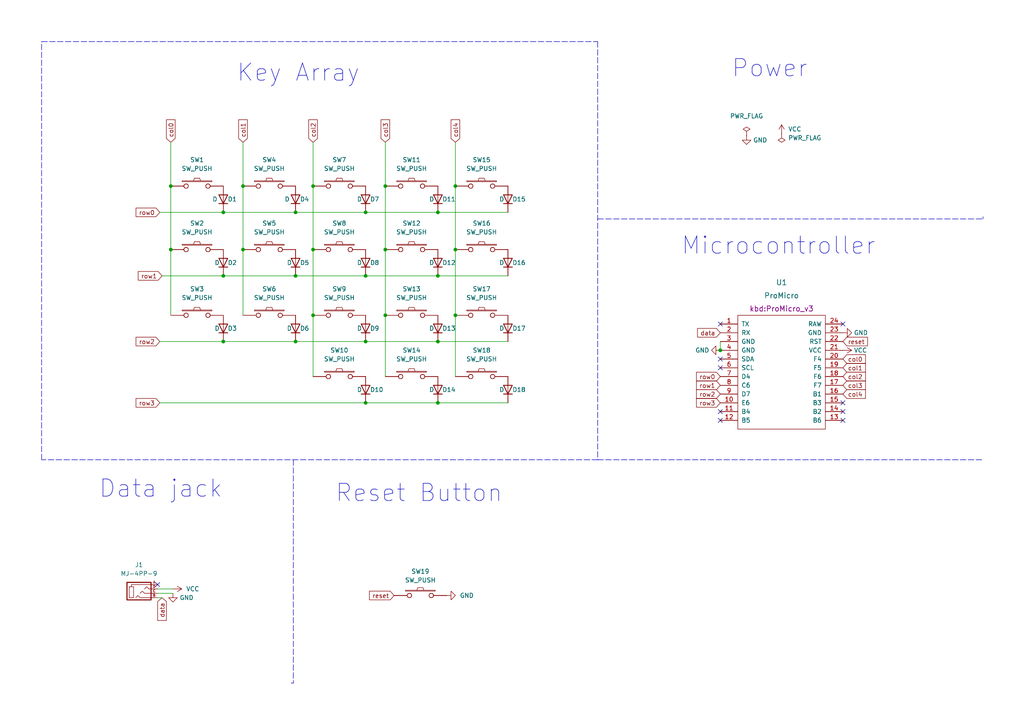
<source format=kicad_sch>
(kicad_sch (version 20211123) (generator eeschema)
  (paper "A4")
  (title_block (title "lukaz - 36 key, split, wireless keyboard -KWS36") (date "2022-04-03") (rev "1.0.0"))
  (lib_symbols
    (symbol "Device:D" (pin_numbers hide) (pin_names (offset 1.016) hide)
      (property "Reference" "D" (at 0 2.54 0))
      (property "Value" "D" (at 0 -2.54 0))
      (symbol "D_0_1"
        (polyline (pts (xy -1.27 1.27) (xy -1.27 -1.27)) (stroke (width 0.254)))
        (polyline (pts (xy 1.27 0) (xy -1.27 0)))
        (polyline (pts (xy 1.27 1.27) (xy 1.27 -1.27) (xy -1.27 0) (xy 1.27 1.27)) (stroke (width 0.254)))
      )
      (symbol "D_1_1"
        (pin passive line (at -3.81 0 0) (length 2.54) (name "K") (number "1"))
        (pin passive line (at 3.81 0 180) (length 2.54) (name "A") (number "2"))
      )
    )
    (symbol "kbd:MJ-4PP-9" (pin_names (offset 1.016))
      (property "Reference" "J" (at 0 3.81 0))
      (property "Value" "MJ-4PP-9" (at 0 -3.81 0))
      (symbol "MJ-4PP-9_0_1"
        (rectangle (start -1.905 -1.905) (end -3.175 1.27))
        (polyline (pts (xy -2.54 1.27) (xy -2.54 1.905) (xy 3.175 1.905)))
        (polyline (pts (xy -1.27 -1.905) (xy -0.635 -1.27) (xy 0 -1.905) (xy 3.175 -1.905)))
        (polyline (pts (xy 0 -0.635) (xy 0.635 0) (xy 1.27 -0.635) (xy 3.175 -0.635)))
        (polyline (pts (xy 1.27 0.635) (xy 1.905 1.27) (xy 2.54 0.635) (xy 3.175 0.635)))
        (rectangle (start 3.175 2.54) (end -3.81 -2.54) (stroke (width 0.3048)))
      )
      (symbol "MJ-4PP-9_1_1"
        (pin input line (at 5.08 1.905 180) (length 2.0066) (name "~") (number "A"))
        (pin input line (at 5.08 -1.905 180) (length 2.0066) (name "~") (number "B"))
        (pin input line (at 5.08 -0.635 180) (length 2.0066) (name "~") (number "C"))
        (pin input line (at 5.08 0.635 180) (length 2.0066) (name "~") (number "D"))
      )
    )
    (symbol "kbd:SW_PUSH" (pin_numbers hide) (pin_names (offset 1.016) hide)
      (property "Reference" "SW" (at 3.81 2.794 0))
      (property "Value" "SW_PUSH" (at 0 -2.032 0))
      (symbol "SW_PUSH_0_1"
        (rectangle (start -4.318 1.27) (end 4.318 1.524))
        (polyline (pts (xy -1.016 1.524) (xy -0.762 2.286) (xy 0.762 2.286) (xy 1.016 1.524)))
        (pin passive inverted (at -7.62 0 0) (length 5.08) (name "1") (number "1"))
        (pin passive inverted (at 7.62 0 180) (length 5.08) (name "2") (number "2"))
      )
    )
    (symbol "power:GND" (power) (pin_names (offset 0))
      (property "Value" "GND" (at 0 -3.81 0))
      (symbol "GND_0_1"
        (polyline (pts (xy 0 0) (xy 0 -1.27) (xy 1.27 -1.27) (xy 0 -2.54) (xy -1.27 -1.27) (xy 0 -1.27)))
      )
      (symbol "GND_1_1"
        (pin power_in line (at 0 0 270) (length 0) hide (name "GND") (number "1"))
      )
    )
    (symbol "power:PWR_FLAG" (power) (pin_numbers hide) (pin_names (offset 0) hide)
      (property "Value" "PWR_FLAG" (at 0 3.81 0))
      (symbol "PWR_FLAG_0_0"
        (pin power_out line (at 0 0 90) (length 0) (name "pwr") (number "1"))
      )
      (symbol "PWR_FLAG_0_1"
        (polyline (pts (xy 0 0) (xy 0 1.27) (xy -1.016 1.905) (xy 0 2.54) (xy 1.016 1.905) (xy 0 1.27)))
      )
    )
    (symbol "power:VCC" (power) (pin_names (offset 0))
      (property "Value" "VCC" (at 0 3.81 0))
      (symbol "VCC_0_1"
        (polyline (pts (xy -0.762 1.27) (xy 0 2.54)))
        (polyline (pts (xy 0 0) (xy 0 2.54)))
        (polyline (pts (xy 0 2.54) (xy 0.762 1.27)))
      )
      (symbol "VCC_1_1"
        (pin power_in line (at 0 0 90) (length 0) hide (name "VCC") (number "1"))
      )
    )
    (symbol "promicro:ProMicro" (pin_names (offset 1.016))
      (property "Reference" "U" (at 0 24.13 0))
      (property "Value" "ProMicro" (at 0 -13.97 0))
      (symbol "ProMicro_0_1"
        (rectangle (start -12.7 21.59) (end 12.7 -11.43))
      )
      (symbol "ProMicro_1_1"
        (pin bidirectional line (at -17.78 19.05 0) (length 5.08) (name "TX") (number "1"))
        (pin bidirectional line (at -17.78 -3.81 0) (length 5.08) (name "E6") (number "10"))
        (pin bidirectional line (at -17.78 -6.35 0) (length 5.08) (name "B4") (number "11"))
        (pin bidirectional line (at -17.78 -8.89 0) (length 5.08) (name "B5") (number "12"))
        (pin bidirectional line (at 17.78 -8.89 180) (length 5.08) (name "B6") (number "13"))
        (pin bidirectional line (at 17.78 -6.35 180) (length 5.08) (name "B2") (number "14"))
        (pin bidirectional line (at 17.78 -3.81 180) (length 5.08) (name "B3") (number "15"))
        (pin bidirectional line (at 17.78 -1.27 180) (length 5.08) (name "B1") (number "16"))
        (pin bidirectional line (at 17.78 1.27 180) (length 5.08) (name "F7") (number "17"))
        (pin bidirectional line (at 17.78 3.81 180) (length 5.08) (name "F6") (number "18"))
        (pin bidirectional line (at 17.78 6.35 180) (length 5.08) (name "F5") (number "19"))
        (pin bidirectional line (at -17.78 16.51 0) (length 5.08) (name "RX") (number "2"))
        (pin bidirectional line (at 17.78 8.89 180) (length 5.08) (name "F4") (number "20"))
        (pin power_in line (at 17.78 11.43 180) (length 5.08) (name "VCC") (number "21"))
        (pin input line (at 17.78 13.97 180) (length 5.08) (name "RST") (number "22"))
        (pin power_in line (at 17.78 16.51 180) (length 5.08) (name "GND") (number "23"))
        (pin power_out line (at 17.78 19.05 180) (length 5.08) (name "RAW") (number "24"))
        (pin power_in line (at -17.78 13.97 0) (length 5.08) (name "GND") (number "3"))
        (pin power_in line (at -17.78 11.43 0) (length 5.08) (name "GND") (number "4"))
        (pin bidirectional line (at -17.78 8.89 0) (length 5.08) (name "SDA") (number "5"))
        (pin bidirectional line (at -17.78 6.35 0) (length 5.08) (name "SCL") (number "6"))
        (pin bidirectional line (at -17.78 3.81 0) (length 5.08) (name "D4") (number "7"))
        (pin bidirectional line (at -17.78 1.27 0) (length 5.08) (name "C6") (number "8"))
        (pin bidirectional line (at -17.78 -1.27 0) (length 5.08) (name "D7") (number "9"))
      )
    )
  )
  (junction (at 64.77 80.01))
  (junction (at 111.76 91.44))
  (junction (at 127 99.06))
  (junction (at 49.53 72.39))
  (junction (at 132.08 91.44))
  (junction (at 70.485 53.975))
  (junction (at 132.08 53.975))
  (junction (at 106.045 116.84))
  (junction (at 85.725 99.06))
  (junction (at 64.77 99.06))
  (junction (at 111.76 53.975))
  (junction (at 64.77 61.595))
  (junction (at 132.08 72.39))
  (junction (at 49.53 53.975))
  (junction (at 85.725 61.595))
  (junction (at 90.805 53.975))
  (junction (at 127 80.01))
  (junction (at 85.725 80.01))
  (junction (at 111.76 72.39))
  (junction (at 127 61.595))
  (junction (at 90.805 72.39))
  (junction (at 70.485 72.39))
  (junction (at 208.915 101.6))
  (junction (at 106.045 99.06))
  (junction (at 106.045 61.595))
  (junction (at 127 116.84))
  (junction (at 90.805 91.44))
  (junction (at 106.045 80.01))
  (no_connect (at 45.72 169.545))
  (no_connect (at 244.475 121.92))
  (no_connect (at 244.475 116.84))
  (no_connect (at 244.475 119.38))
  (no_connect (at 208.915 119.38))
  (no_connect (at 208.915 121.92))
  (no_connect (at 208.915 106.68))
  (no_connect (at 208.915 104.14))
  (no_connect (at 244.475 93.98))
  (no_connect (at 208.915 93.98))
  (wire (pts (xy 46.355 116.84) (xy 106.045 116.84)))
  (wire (pts (xy 64.77 80.01) (xy 85.725 80.01)))
  (wire (pts (xy 85.725 80.01) (xy 106.045 80.01)))
  (polyline (pts (xy 173.355 63.5) (xy 285.115 63.5)))
  (wire (pts (xy 70.485 41.275) (xy 70.485 53.975)))
  (wire (pts (xy 46.99 80.01) (xy 64.77 80.01)))
  (wire (pts (xy 46.355 99.06) (xy 64.77 99.06)))
  (wire (pts (xy 106.045 80.01) (xy 127 80.01)))
  (wire (pts (xy 46.355 61.595) (xy 64.77 61.595)))
  (polyline (pts (xy 173.355 133.35) (xy 285.115 133.35)))
  (wire (pts (xy 208.915 99.06) (xy 208.915 101.6)))
  (wire (pts (xy 70.485 53.975) (xy 70.485 72.39)))
  (wire (pts (xy 90.805 53.975) (xy 90.805 72.39)))
  (wire (pts (xy 49.53 41.275) (xy 49.53 53.975)))
  (wire (pts (xy 90.805 91.44) (xy 90.805 109.22)))
  (wire (pts (xy 106.045 116.84) (xy 127 116.84)))
  (wire (pts (xy 85.725 99.06) (xy 106.045 99.06)))
  (wire (pts (xy 45.72 173.355) (xy 46.99 173.355)))
  (wire (pts (xy 90.805 72.39) (xy 90.805 91.44)))
  (wire (pts (xy 106.045 99.06) (xy 127 99.06)))
  (polyline (pts (xy 12.065 12.065) (xy 173.355 12.065)))
  (polyline (pts (xy 84.455 198.12) (xy 85.09 198.12)))
  (wire (pts (xy 132.08 41.275) (xy 132.08 53.975)))
  (wire (pts (xy 111.76 41.275) (xy 111.76 53.975)))
  (wire (pts (xy 64.77 61.595) (xy 85.725 61.595)))
  (wire (pts (xy 132.08 53.975) (xy 132.08 72.39)))
  (wire (pts (xy 127 61.595) (xy 147.32 61.595)))
  (wire (pts (xy 45.72 172.085) (xy 50.165 172.085)))
  (wire (pts (xy 70.485 72.39) (xy 70.485 91.44)))
  (wire (pts (xy 85.725 61.595) (xy 106.045 61.595)))
  (wire (pts (xy 132.08 72.39) (xy 132.08 91.44)))
  (wire (pts (xy 111.76 72.39) (xy 111.76 91.44)))
  (wire (pts (xy 64.77 99.06) (xy 85.725 99.06)))
  (wire (pts (xy 49.53 72.39) (xy 49.53 91.44)))
  (wire (pts (xy 111.76 53.975) (xy 111.76 72.39)))
  (wire (pts (xy 127 116.84) (xy 147.32 116.84)))
  (polyline (pts (xy 285.115 62.865) (xy 285.115 63.5)))
  (wire (pts (xy 127 80.01) (xy 147.32 80.01)))
  (polyline (pts (xy 173.355 133.35) (xy 12.065 133.35)))
  (polyline (pts (xy 85.09 133.35) (xy 85.09 198.12)))
  (wire (pts (xy 45.72 170.815) (xy 50.165 170.815)))
  (wire (pts (xy 132.08 91.44) (xy 132.08 109.22)))
  (wire (pts (xy 106.045 61.595) (xy 127 61.595)))
  (wire (pts (xy 49.53 53.975) (xy 49.53 72.39)))
  (wire (pts (xy 127 99.06) (xy 147.32 99.06)))
  (wire (pts (xy 90.805 41.275) (xy 90.805 53.975)))
  (wire (pts (xy 111.76 91.44) (xy 111.76 109.22)))
  (polyline (pts (xy 12.065 133.35) (xy 12.065 12.065)))
  (polyline (pts (xy 173.355 12.065) (xy 173.355 133.35)))
  (text "Reset Button" (at 97.155 146.05 0) (effects (font (size 5 5)) (justify left bottom)))
  (text "Data jack" (at 28.575 144.78 0) (effects (font (size 5 5)) (justify left bottom)))
  (text "Power" (at 212.09 22.86 0) (effects (font (size 5 5)) (justify left bottom)))
  (text "Microcontroller" (at 197.485 74.295 0) (effects (font (size 5 5)) (justify left bottom)))
  (text "Key Array" (at 68.58 24.13 0) (effects (font (size 5 5)) (justify left bottom)))
  (global_label "col2" (shape input) (at 90.805 41.275 90) (property "Intersheet References" "${INTERSHEET_REFS}" (effects hide)))
  (global_label "col4" (shape input) (at 244.475 114.3 0) (property "Intersheet References" "${INTERSHEET_REFS}" (effects hide)))
  (global_label "reset" (shape input) (at 114.3 172.72 180) (property "Intersheet References" "${INTERSHEET_REFS}" (effects hide)))
  (global_label "row3" (shape input) (at 46.355 116.84 180) (property "Intersheet References" "${INTERSHEET_REFS}" (effects hide)))
  (global_label "row0" (shape input) (at 208.915 109.22 180) (property "Intersheet References" "${INTERSHEET_REFS}" (effects hide)))
  (global_label "data" (shape input) (at 208.915 96.52 180) (property "Intersheet References" "${INTERSHEET_REFS}" (effects hide)))
  (global_label "col3" (shape input) (at 244.475 111.76 0) (property "Intersheet References" "${INTERSHEET_REFS}" (effects hide)))
  (global_label "row0" (shape input) (at 46.355 61.595 180) (property "Intersheet References" "${INTERSHEET_REFS}" (effects hide)))
  (global_label "row2" (shape input) (at 46.355 99.06 180) (property "Intersheet References" "${INTERSHEET_REFS}" (effects hide)))
  (global_label "col2" (shape input) (at 244.475 109.22 0) (property "Intersheet References" "${INTERSHEET_REFS}" (effects hide)))
  (global_label "col4" (shape input) (at 132.08 41.275 90) (property "Intersheet References" "${INTERSHEET_REFS}" (effects hide)))
  (global_label "row2" (shape input) (at 208.915 114.3 180) (property "Intersheet References" "${INTERSHEET_REFS}" (effects hide)))
  (global_label "data" (shape input) (at 46.99 173.355 270) (property "Intersheet References" "${INTERSHEET_REFS}" (effects hide)))
  (global_label "col3" (shape input) (at 111.76 41.275 90) (property "Intersheet References" "${INTERSHEET_REFS}" (effects hide)))
  (global_label "col1" (shape input) (at 244.475 106.68 0) (property "Intersheet References" "${INTERSHEET_REFS}" (effects hide)))
  (global_label "col1" (shape input) (at 70.485 41.275 90) (property "Intersheet References" "${INTERSHEET_REFS}" (effects hide)))
  (global_label "col0" (shape input) (at 244.475 104.14 0) (property "Intersheet References" "${INTERSHEET_REFS}" (effects hide)))
  (global_label "row1" (shape input) (at 208.915 111.76 180) (property "Intersheet References" "${INTERSHEET_REFS}" (effects hide)))
  (global_label "reset" (shape input) (at 244.475 99.06 0) (property "Intersheet References" "${INTERSHEET_REFS}" (effects hide)))
  (global_label "row1" (shape input) (at 46.99 80.01 180) (property "Intersheet References" "${INTERSHEET_REFS}" (effects hide)))
  (global_label "row3" (shape input) (at 208.915 116.84 180) (property "Intersheet References" "${INTERSHEET_REFS}" (effects hide)))
  (global_label "col0" (shape input) (at 49.53 41.275 90) (property "Intersheet References" "${INTERSHEET_REFS}" (effects hide)))
  (symbol (lib_id "kbd:SW_PUSH") (at 98.425 109.22 0) (unit 1)
    (property "Reference" "SW10" (at 98.425 101.6 0))
    (property "Value" "SW_PUSH" (at 98.425 104.14 0))
    (property "Footprint" "Switch_Keyboard_Kailh:SW_Kailh_Choc_V1V2_1.00u_flippable" (effects hide))
  )
  (symbol (lib_id "power:GND") (at 244.475 96.52 90) (unit 1)
    (property "Reference" "#PWR0102" (effects hide))
    (property "Value" "GND" (at 247.65 96.5199 90) (effects (justify right)))
  )
  (symbol (lib_id "power:GND") (at 129.54 172.72 90) (unit 1)
    (property "Reference" "#PWR0101" (effects hide))
    (property "Value" "GND" (at 133.35 172.7199 90) (effects (justify right)))
  )
  (symbol (lib_id "kbd:MJ-4PP-9") (at 40.64 171.45 0) (unit 1)
    (property "Reference" "J1" (at 40.3225 163.83 0))
    (property "Value" "MJ-4PP-9" (at 40.3225 166.37 0))
    (property "Footprint" "kbd:MJ-4PP-9" (effects hide))
  )
  (symbol (lib_id "kbd:SW_PUSH") (at 119.38 72.39 0) (unit 1)
    (property "Reference" "SW12" (at 119.38 64.77 0))
    (property "Value" "SW_PUSH" (at 119.38 67.31 0))
    (property "Footprint" "Switch_Keyboard_Kailh:SW_Kailh_Choc_V1V2_1.00u_flippable" (effects hide))
  )
  (symbol (lib_id "kbd:SW_PUSH") (at 119.38 91.44 0) (unit 1)
    (property "Reference" "SW13" (at 119.38 83.82 0))
    (property "Value" "SW_PUSH" (at 119.38 86.36 0))
    (property "Footprint" "Switch_Keyboard_Kailh:SW_Kailh_Choc_V1V2_1.00u_flippable" (effects hide))
  )
  (symbol (lib_id "Device:D") (at 127 57.785 90) (unit 1)
    (property "Reference" "D11" (at 128.27 57.785 90) (effects (justify right)))
    (property "Value" "D" (at 124.46 57.785 90) (effects (justify right)))
    (property "Footprint" "kbd:D3_TH" (effects hide))
  )
  (symbol (lib_id "Device:D") (at 85.725 57.785 90) (unit 1)
    (property "Reference" "D4" (at 86.995 57.785 90) (effects (justify right)))
    (property "Value" "D" (at 82.55 57.785 90) (effects (justify right)))
    (property "Footprint" "kbd:D3_TH" (effects hide))
  )
  (symbol (lib_id "power:GND") (at 50.165 172.085 0) (unit 1)
    (property "Reference" "#PWR0105" (effects hide))
    (property "Value" "GND" (at 52.07 173.3549 0) (effects (justify left)))
  )
  (symbol (lib_id "Device:D") (at 106.045 113.03 90) (unit 1)
    (property "Reference" "D10" (at 107.315 113.03 90) (effects (justify right)))
    (property "Value" "D" (at 103.505 113.03 90) (effects (justify right)))
    (property "Footprint" "kbd:D3_TH" (effects hide))
  )
  (symbol (lib_id "Device:D") (at 147.32 113.03 90) (unit 1)
    (property "Reference" "D18" (at 148.59 113.03 90) (effects (justify right)))
    (property "Value" "D" (at 144.78 113.03 90) (effects (justify right)))
    (property "Footprint" "kbd:D3_TH" (effects hide))
  )
  (symbol (lib_id "power:PWR_FLAG") (at 226.695 38.735 180) (unit 1)
    (property "Reference" "#FLG0102" (effects hide))
    (property "Value" "PWR_FLAG" (at 228.6 40.0049 0) (effects (justify right)))
  )
  (symbol (lib_id "kbd:SW_PUSH") (at 98.425 72.39 0) (unit 1)
    (property "Reference" "SW8" (at 98.425 64.77 0))
    (property "Value" "SW_PUSH" (at 98.425 67.31 0))
    (property "Footprint" "Switch_Keyboard_Kailh:SW_Kailh_Choc_V1V2_1.00u_flippable" (effects hide))
  )
  (symbol (lib_id "power:GND") (at 208.915 101.6 270) (unit 1)
    (property "Reference" "#PWR0106" (effects hide))
    (property "Value" "GND" (at 205.74 101.5999 90) (effects (justify right)))
  )
  (symbol (lib_id "kbd:SW_PUSH") (at 119.38 53.975 0) (unit 1)
    (property "Reference" "SW11" (at 119.38 46.355 0))
    (property "Value" "SW_PUSH" (at 119.38 48.895 0))
    (property "Footprint" "Switch_Keyboard_Kailh:SW_Kailh_Choc_V1V2_1.00u_flippable" (effects hide))
  )
  (symbol (lib_id "Device:D") (at 147.32 57.785 90) (unit 1)
    (property "Reference" "D15" (at 148.59 57.785 90) (effects (justify right)))
    (property "Value" "D" (at 144.78 57.785 90) (effects (justify right)))
    (property "Footprint" "kbd:D3_TH" (effects hide))
  )
  (symbol (lib_id "kbd:SW_PUSH") (at 119.38 109.22 0) (unit 1)
    (property "Reference" "SW14" (at 119.38 101.6 0))
    (property "Value" "SW_PUSH" (at 119.38 104.14 0))
    (property "Footprint" "Switch_Keyboard_Kailh:SW_Kailh_Choc_V1V2_1.00u_flippable" (effects hide))
  )
  (symbol (lib_id "Device:D") (at 85.725 76.2 90) (unit 1)
    (property "Reference" "D5" (at 86.995 76.2 90) (effects (justify right)))
    (property "Value" "D" (at 83.185 76.2 90) (effects (justify right)))
    (property "Footprint" "kbd:D3_TH" (effects hide))
  )
  (symbol (lib_id "Device:D") (at 64.77 95.25 90) (unit 1)
    (property "Reference" "D3" (at 66.04 95.25 90) (effects (justify right)))
    (property "Value" "D" (at 62.23 95.25 90) (effects (justify right)))
    (property "Footprint" "kbd:D3_TH" (effects hide))
  )
  (symbol (lib_id "kbd:SW_PUSH") (at 78.105 72.39 0) (unit 1)
    (property "Reference" "SW5" (at 78.105 64.77 0))
    (property "Value" "SW_PUSH" (at 78.105 67.31 0))
    (property "Footprint" "Switch_Keyboard_Kailh:SW_Kailh_Choc_V1V2_1.00u_flippable" (effects hide))
  )
  (symbol (lib_id "kbd:SW_PUSH") (at 78.105 91.44 0) (unit 1)
    (property "Reference" "SW6" (at 78.105 83.82 0))
    (property "Value" "SW_PUSH" (at 78.105 86.36 0))
    (property "Footprint" "Switch_Keyboard_Kailh:SW_Kailh_Choc_V1V2_1.00u_flippable" (effects hide))
  )
  (symbol (lib_id "kbd:SW_PUSH") (at 139.7 72.39 0) (unit 1)
    (property "Reference" "SW16" (at 139.7 64.77 0))
    (property "Value" "SW_PUSH" (at 139.7 67.31 0))
    (property "Footprint" "Switch_Keyboard_Kailh:SW_Kailh_Choc_V1V2_1.00u_flippable" (effects hide))
  )
  (symbol (lib_id "Device:D") (at 147.32 76.2 90) (unit 1)
    (property "Reference" "D16" (at 148.59 76.2 90) (effects (justify right)))
    (property "Value" "D" (at 144.78 76.2 90) (effects (justify right)))
    (property "Footprint" "kbd:D3_TH" (effects hide))
  )
  (symbol (lib_id "Device:D") (at 85.725 95.25 90) (unit 1)
    (property "Reference" "D6" (at 86.995 95.25 90) (effects (justify right)))
    (property "Value" "D" (at 83.185 95.25 90) (effects (justify right)))
    (property "Footprint" "kbd:D3_TH" (effects hide))
  )
  (symbol (lib_id "kbd:SW_PUSH") (at 139.7 91.44 0) (unit 1)
    (property "Reference" "SW17" (at 139.7 83.82 0))
    (property "Value" "SW_PUSH" (at 139.7 86.36 0))
    (property "Footprint" "Switch_Keyboard_Kailh:SW_Kailh_Choc_V1V2_1.00u_flippable" (effects hide))
  )
  (symbol (lib_id "power:VCC") (at 50.165 170.815 270) (unit 1)
    (property "Reference" "#PWR0104" (effects hide))
    (property "Value" "VCC" (at 53.975 170.8149 90) (effects (justify left)))
  )
  (symbol (lib_id "kbd:SW_PUSH") (at 139.7 53.975 0) (unit 1)
    (property "Reference" "SW15" (at 139.7 46.355 0))
    (property "Value" "SW_PUSH" (at 139.7 48.895 0))
    (property "Footprint" "Switch_Keyboard_Kailh:SW_Kailh_Choc_V1V2_1.00u_flippable" (effects hide))
  )
  (symbol (lib_id "kbd:SW_PUSH") (at 57.15 53.975 0) (unit 1)
    (property "Reference" "SW1" (at 57.15 46.355 0))
    (property "Value" "SW_PUSH" (at 57.15 48.895 0))
    (property "Footprint" "Switch_Keyboard_Kailh:SW_Kailh_Choc_V1V2_1.00u_flippable" (effects hide))
  )
  (symbol (lib_id "kbd:SW_PUSH") (at 98.425 53.975 0) (unit 1)
    (property "Reference" "SW7" (at 98.425 46.355 0))
    (property "Value" "SW_PUSH" (at 98.425 48.895 0))
    (property "Footprint" "Switch_Keyboard_Kailh:SW_Kailh_Choc_V1V2_1.00u_flippable" (effects hide))
  )
  (symbol (lib_id "Device:D") (at 106.045 57.785 90) (unit 1)
    (property "Reference" "D7" (at 107.315 57.785 90) (effects (justify right)))
    (property "Value" "D" (at 103.505 57.785 90) (effects (justify right)))
    (property "Footprint" "kbd:D3_TH" (effects hide))
  )
  (symbol (lib_id "kbd:SW_PUSH") (at 57.15 91.44 0) (unit 1)
    (property "Reference" "SW3" (at 57.15 83.82 0))
    (property "Value" "SW_PUSH" (at 57.15 86.36 0))
    (property "Footprint" "Switch_Keyboard_Kailh:SW_Kailh_Choc_V1V2_1.00u_flippable" (effects hide))
  )
  (symbol (lib_id "Device:D") (at 127 95.25 90) (unit 1)
    (property "Reference" "D13" (at 128.27 95.25 90) (effects (justify right)))
    (property "Value" "D" (at 124.46 95.25 90) (effects (justify right)))
    (property "Footprint" "kbd:D3_TH" (effects hide))
  )
  (symbol (lib_id "Device:D") (at 127 76.2 90) (unit 1)
    (property "Reference" "D12" (at 128.27 76.2 90) (effects (justify right)))
    (property "Value" "D" (at 124.46 76.2 90) (effects (justify right)))
    (property "Footprint" "kbd:D3_TH" (effects hide))
  )
  (symbol (lib_id "power:PWR_FLAG") (at 216.535 39.37 0) (unit 1)
    (property "Reference" "#FLG0101" (effects hide))
    (property "Value" "PWR_FLAG" (at 216.535 33.655 0))
  )
  (symbol (lib_id "Device:D") (at 127 113.03 90) (unit 1)
    (property "Reference" "D14" (at 128.27 113.03 90) (effects (justify right)))
    (property "Value" "D" (at 124.46 113.03 90) (effects (justify right)))
    (property "Footprint" "kbd:D3_TH" (effects hide))
  )
  (symbol (lib_id "kbd:SW_PUSH") (at 139.7 109.22 0) (unit 1)
    (property "Reference" "SW18" (at 139.7 101.6 0))
    (property "Value" "SW_PUSH" (at 139.7 104.14 0))
    (property "Footprint" "Switch_Keyboard_Kailh:SW_Kailh_Choc_V1V2_1.00u_flippable" (effects hide))
  )
  (symbol (lib_id "power:VCC") (at 244.475 101.6 270) (unit 1)
    (property "Reference" "#PWR0103" (effects hide))
    (property "Value" "VCC" (at 247.65 101.5999 90) (effects (justify left)))
  )
  (symbol (lib_id "power:GND") (at 216.535 39.37 0) (unit 1)
    (property "Reference" "#PWR0107" (effects hide))
    (property "Value" "GND" (at 218.44 40.6399 0) (effects (justify left)))
  )
  (symbol (lib_id "Device:D") (at 147.32 95.25 90) (unit 1)
    (property "Reference" "D17" (at 148.59 95.25 90) (effects (justify right)))
    (property "Value" "D" (at 144.78 95.25 90) (effects (justify right)))
    (property "Footprint" "kbd:D3_TH" (effects hide))
  )
  (symbol (lib_id "power:VCC") (at 226.695 38.735 0) (unit 1)
    (property "Reference" "#PWR0108" (effects hide))
    (property "Value" "VCC" (at 228.6 37.4649 0) (effects (justify left)))
  )
  (symbol (lib_id "Device:D") (at 106.045 95.25 90) (unit 1)
    (property "Reference" "D9" (at 107.315 95.25 90) (effects (justify right)))
    (property "Value" "D" (at 103.505 95.25 90) (effects (justify right)))
    (property "Footprint" "kbd:D3_TH" (effects hide))
  )
  (symbol (lib_id "kbd:SW_PUSH") (at 121.92 172.72 0) (unit 1)
    (property "Reference" "SW19" (at 121.92 165.735 0))
    (property "Value" "SW_PUSH" (at 121.92 168.275 0))
    (property "Footprint" "kbd:ResetSW_1side" (effects hide))
  )
  (symbol (lib_id "Device:D") (at 64.77 76.2 90) (unit 1)
    (property "Reference" "D2" (at 66.04 76.2 90) (effects (justify right)))
    (property "Value" "D" (at 62.23 76.2 90) (effects (justify right)))
    (property "Footprint" "kbd:D3_TH" (effects hide))
  )
  (symbol (lib_id "Device:D") (at 64.77 57.785 90) (unit 1)
    (property "Reference" "D1" (at 66.04 57.785 90) (effects (justify right)))
    (property "Value" "D" (at 61.595 57.785 90) (effects (justify right)))
    (property "Footprint" "kbd:D3_TH" (effects hide))
  )
  (symbol (lib_id "kbd:SW_PUSH") (at 57.15 72.39 0) (unit 1)
    (property "Reference" "SW2" (at 57.15 64.77 0))
    (property "Value" "SW_PUSH" (at 57.15 67.31 0))
    (property "Footprint" "Switch_Keyboard_Kailh:SW_Kailh_Choc_V1V2_1.00u_flippable" (effects hide))
  )
  (symbol (lib_id "kbd:SW_PUSH") (at 78.105 53.975 0) (unit 1)
    (property "Reference" "SW4" (at 78.105 46.355 0))
    (property "Value" "SW_PUSH" (at 78.105 48.895 0))
    (property "Footprint" "Switch_Keyboard_Kailh:SW_Kailh_Choc_V1V2_1.00u_flippable" (effects hide))
  )
  (symbol (lib_id "promicro:ProMicro") (at 226.695 113.03 0) (unit 1)
    (property "Reference" "U1" (at 226.695 81.915 0) (effects (font (size 1.524 1.524))))
    (property "Value" "ProMicro" (at 226.695 85.725 0) (effects (font (size 1.524 1.524))))
    (property "Footprint" "kbd:ProMicro_v3" (at 226.695 89.535 0) (effects (font (size 1.524 1.524))))
  )
  (symbol (lib_id "Device:D") (at 106.045 76.2 90) (unit 1)
    (property "Reference" "D8" (at 107.315 76.2 90) (effects (justify right)))
    (property "Value" "D" (at 103.505 76.2 90) (effects (justify right)))
    (property "Footprint" "kbd:D3_TH" (effects hide))
  )
  (symbol (lib_id "kbd:SW_PUSH") (at 98.425 91.44 0) (unit 1)
    (property "Reference" "SW9" (at 98.425 83.82 0))
    (property "Value" "SW_PUSH" (at 98.425 86.36 0))
    (property "Footprint" "Switch_Keyboard_Kailh:SW_Kailh_Choc_V1V2_1.00u_flippable" (effects hide))
  )
)
</source>
